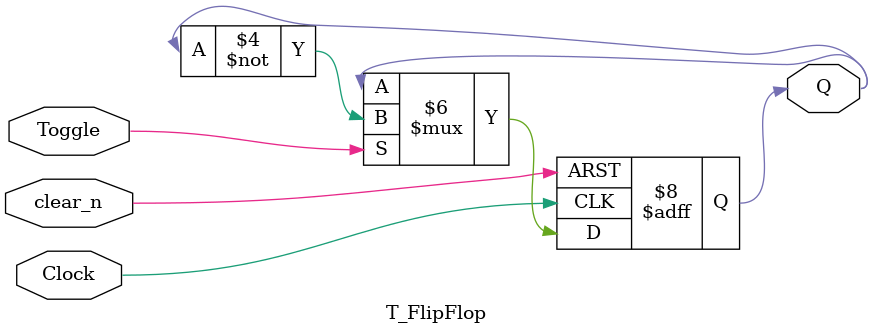
<source format=v>
module part1(Clock, Enable, Clear_b, CounterValue);
  input Clock, Enable, Clear_b;
  output [7:0] CounterValue;
  
  wire[6:0] connect;
  
  assign connect[0] = Enable & CounterValue[0];
  assign connect[1] = connect[0] & CounterValue[1];
  assign connect[2] = connect[1] & CounterValue[2];
  assign connect[3] = connect[2] & CounterValue[3];
  assign connect[4] = connect[3] & CounterValue[4];
  assign connect[5] = connect[4] & CounterValue[5];
  assign connect[6] = connect[5] & CounterValue[6];
  
  T_FlipFlop u1(Clock, Enable, Clear_b, CounterValue[0]);
  T_FlipFlop u2(Clock, connect[0], Clear_b, CounterValue[1]);
  T_FlipFlop u3(Clock, connect[1], Clear_b, CounterValue[2]);
  T_FlipFlop u4(Clock, connect[2], Clear_b, CounterValue[3]);
  T_FlipFlop u5(Clock, connect[3], Clear_b, CounterValue[4]);
  T_FlipFlop u6(Clock, connect[4], Clear_b, CounterValue[5]);
  T_FlipFlop u7(Clock, connect[5], Clear_b, CounterValue[6]);
  T_FlipFlop u8(Clock, connect[6], Clear_b, CounterValue[7]);

   
  
endmodule
module T_FlipFlop(Clock, Toggle, clear_n, Q);
    input Clock, Toggle, clear_n;
    output reg Q;
    
    always@(posedge Clock, negedge clear_n)
      if(clear_n == 0)
        Q <= 0;
      else if(Toggle == 1)
        Q = ~Q;
  	  else
        Q <= Q;
  endmodule
  
</source>
